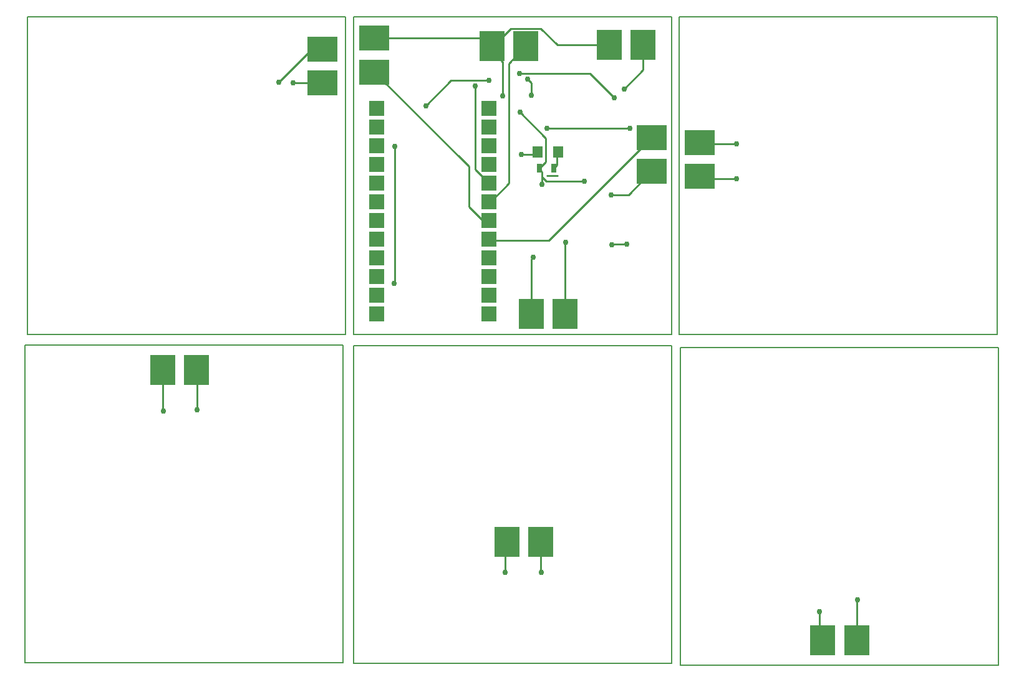
<source format=gbr>
G04 PROTEUS GERBER X2 FILE*
%TF.GenerationSoftware,Labcenter,Proteus,8.9-SP0-Build27865*%
%TF.CreationDate,2020-02-24T18:21:19+00:00*%
%TF.FileFunction,Copper,L1,Top*%
%TF.FilePolarity,Positive*%
%TF.Part,Single*%
%TF.SameCoordinates,{bab694e6-e1a7-4f03-bc32-dd160c38e7b3}*%
%FSLAX45Y45*%
%MOMM*%
G01*
%TA.AperFunction,Conductor*%
%ADD10C,0.254000*%
%TA.AperFunction,NonConductor*%
%ADD11C,0.254000*%
%TA.AperFunction,ViaPad*%
%ADD12C,0.762000*%
%TA.AperFunction,ComponentPad*%
%ADD13R,2.032000X2.032000*%
%TA.AperFunction,SMDPad,CuDef*%
%ADD14R,3.500000X4.100000*%
%ADD15R,4.100000X3.500000*%
%ADD16R,1.400000X1.500000*%
%ADD17R,0.700000X1.150000*%
%TA.AperFunction,Profile*%
%ADD18C,0.203200*%
%TD.AperFunction*%
D10*
X+6590000Y-3490000D02*
X+6590000Y-2950000D01*
X+6600000Y-2940000D01*
X-1059480Y+4087222D02*
X-697222Y+4087222D01*
X-670000Y+4060000D01*
X-660000Y+4080000D01*
X-660000Y+4540000D02*
X-809548Y+4540000D01*
X-1257917Y+4091631D01*
X-2365611Y-361213D02*
X-2365611Y+125611D01*
X-2380000Y+140000D01*
X-2370000Y+180000D01*
X-2830000Y+180000D02*
X-2830000Y-366676D01*
X-2821507Y-375169D01*
X+1817508Y-2572901D02*
X+1817508Y-2192110D01*
X+1821692Y-2187926D01*
X+1840000Y-2160000D01*
X+2300000Y-2160000D02*
X+2300000Y-2555345D01*
X+2311279Y-2566624D01*
X+4958185Y+3255279D02*
X+4473904Y+3255279D01*
X+4464021Y+3245396D01*
X+4460000Y+3270000D01*
X+4460000Y+2810000D02*
X+4490000Y+2780000D01*
X+4960000Y+2780000D01*
X+2474967Y+2920000D02*
X+2519934Y+2964967D01*
X+2519934Y+3065000D01*
X+2534967Y+3140000D01*
X+6086886Y-3106277D02*
X+6086886Y-3379907D01*
X+6116628Y-3409649D01*
X+6130000Y-3490000D01*
X+2100000Y+4580000D02*
X+1867124Y+4347124D01*
X+1867124Y+2716667D01*
X+1620457Y+2470000D01*
X+1600000Y+2470000D01*
X+1600000Y+2724000D02*
X+1594810Y+2724000D01*
X+1410000Y+2908810D01*
X+1410000Y+4040000D01*
X+3430000Y+4000000D02*
X+3690000Y+4260000D01*
X+3690000Y+4600000D01*
X+2037823Y+3112689D02*
X+2184967Y+3112689D01*
X+2254967Y+3140000D01*
X+3810000Y+3340000D02*
X+2410000Y+1940000D01*
X+1701600Y+1940000D01*
X+1600000Y+1962000D01*
X+3297658Y+3881365D02*
X+2967251Y+4211772D01*
X+2013203Y+4211772D01*
X+2174276Y+3918536D02*
X+2174276Y+4083739D01*
X+2124715Y+4133300D01*
X+1596065Y+4116198D02*
X+1595969Y+4116102D01*
X+1083258Y+4116102D01*
X+741139Y+3773983D01*
X+315740Y+3216422D02*
X+315740Y+1362017D01*
X+311610Y+1357887D01*
X+2170000Y+940000D02*
X+2170000Y+1684018D01*
X+2199056Y+1713074D01*
X+2630000Y+940000D02*
X+2630000Y+1912733D01*
X+2636845Y+1919578D01*
X+2314699Y+2700162D02*
X+2314699Y+2861235D01*
X+2313434Y+2862500D01*
X+2284967Y+2920000D01*
X+1781918Y+3902016D02*
X+1781918Y+4368082D01*
X+1775000Y+4375000D01*
X+1645294Y+4571960D01*
X+1640000Y+4580000D01*
X+3230000Y+4600000D02*
X+2523791Y+4600000D01*
X+2300700Y+4823091D01*
X+1896425Y+4823091D01*
X+1645294Y+4571960D01*
X+1641802Y+4568468D01*
X+1641802Y+4532903D01*
X+1640000Y+4580000D01*
X+3810000Y+2880000D02*
X+3493869Y+2563869D01*
X+3252227Y+2563869D01*
X+2888780Y+2745593D02*
X+2379106Y+2745593D01*
X+2318829Y+2805870D01*
X+2318829Y+2862500D01*
X+2284967Y+2920000D01*
X+2380000Y+3470000D02*
X+3502519Y+3470000D01*
X+3508292Y+3464227D01*
X+3470000Y+1890000D02*
X+3276340Y+1890000D01*
X+3268747Y+1882407D01*
X+40000Y+4690000D02*
X+1620000Y+4690000D01*
X+1640000Y+4670000D01*
X+1640000Y+4580000D01*
X+40000Y+4230000D02*
X+1321856Y+2948144D01*
X+1321856Y+2402581D01*
X+1547178Y+2177259D01*
X+1634974Y+2177259D01*
X+1600000Y+2216000D01*
D11*
X+2524967Y+2820000D02*
X+2384966Y+2820000D01*
D10*
X+2284967Y+2920000D02*
X+2370000Y+3005033D01*
X+2370000Y+3330455D01*
X+2017333Y+3683121D01*
D12*
X+6600000Y-2940000D03*
X-1059480Y+4087222D03*
X-1257917Y+4091631D03*
X-2365611Y-361213D03*
X-2821507Y-375169D03*
X+2311279Y-2566624D03*
X+4958185Y+3255279D03*
X+4960000Y+2780000D03*
X+6086886Y-3106277D03*
X+1410000Y+4040000D03*
X+3430000Y+4000000D03*
X+2037823Y+3112689D03*
X+3297658Y+3881365D03*
X+2013203Y+4211772D03*
X+2174276Y+3918536D03*
X+2124715Y+4133300D03*
X+1596065Y+4116198D03*
X+741139Y+3773983D03*
X+315740Y+3216422D03*
X+311610Y+1357887D03*
X+2199056Y+1713074D03*
X+2636845Y+1919578D03*
X+2314699Y+2700162D03*
X+1781918Y+3902016D03*
X+3252227Y+2563869D03*
X+2888780Y+2745593D03*
X+2380000Y+3470000D03*
X+3508292Y+3464227D03*
X+3470000Y+1890000D03*
X+3268747Y+1882407D03*
X+2017333Y+3683121D03*
X+1817508Y-2572901D03*
D13*
X+1600000Y+3740000D03*
X+1600000Y+3486000D03*
X+1600000Y+3232000D03*
X+1600000Y+2978000D03*
X+1600000Y+2724000D03*
X+1600000Y+2470000D03*
X+1600000Y+2216000D03*
X+1600000Y+1962000D03*
X+1600000Y+1708000D03*
X+1600000Y+1454000D03*
X+1600000Y+1200000D03*
X+1600000Y+946000D03*
X+76000Y+3740000D03*
X+76000Y+3486000D03*
X+76000Y+3232000D03*
X+76000Y+2978000D03*
X+76000Y+2724000D03*
X+76000Y+2470000D03*
X+76000Y+2216000D03*
X+76000Y+1962000D03*
X+76000Y+1708000D03*
X+76000Y+1454000D03*
X+76000Y+1200000D03*
X+76000Y+946000D03*
D14*
X+6130000Y-3490000D03*
X+6590000Y-3490000D03*
X+2300000Y-2160000D03*
X+1840000Y-2160000D03*
X-2370000Y+180000D03*
X-2830000Y+180000D03*
X+3230000Y+4600000D03*
X+3690000Y+4600000D03*
X+2630000Y+940000D03*
X+2170000Y+940000D03*
D15*
X+4460000Y+3270000D03*
X+4460000Y+2810000D03*
X+3810000Y+2880000D03*
X+3810000Y+3340000D03*
X-660000Y+4540000D03*
X-660000Y+4080000D03*
X+40000Y+4690000D03*
X+40000Y+4230000D03*
D16*
X+2254967Y+3140000D03*
X+2534967Y+3140000D03*
D17*
X+2474967Y+2920000D03*
X+2284967Y+2920000D03*
D14*
X+1640000Y+4580000D03*
X+2100000Y+4580000D03*
D18*
X-240000Y+660000D02*
X+4078000Y+660000D01*
X+4078000Y+4978000D01*
X-240000Y+4978000D01*
X-240000Y+660000D01*
X+4180000Y+660000D02*
X+8498000Y+660000D01*
X+8498000Y+4978000D01*
X+4180000Y+4978000D01*
X+4180000Y+660000D01*
X+4200000Y-3830000D02*
X+8518000Y-3830000D01*
X+8518000Y+488000D01*
X+4200000Y+488000D01*
X+4200000Y-3830000D01*
X-4670000Y+660000D02*
X-352000Y+660000D01*
X-352000Y+4978000D01*
X-4670000Y+4978000D01*
X-4670000Y+660000D01*
X-4700000Y-3800000D02*
X-382000Y-3800000D01*
X-382000Y+518000D01*
X-4700000Y+518000D01*
X-4700000Y-3800000D01*
X-240000Y-3810000D02*
X+4078000Y-3810000D01*
X+4078000Y+508000D01*
X-240000Y+508000D01*
X-240000Y-3810000D01*
M02*

</source>
